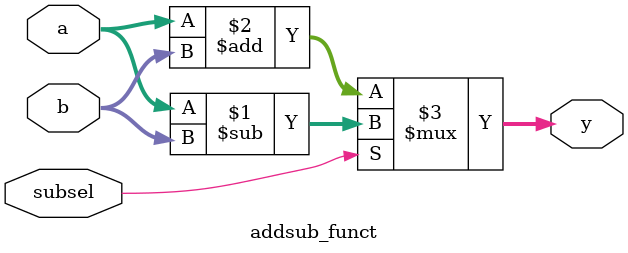
<source format=sv>

module addsub_funct #(parameter W=32)
   (input logic [W-1:0] a, b,
    input logic subsel,
    output logic [W-1:0] y);

   assign y = (subsel) ? a - b : a + b;

endmodule: addsub_funct

</source>
